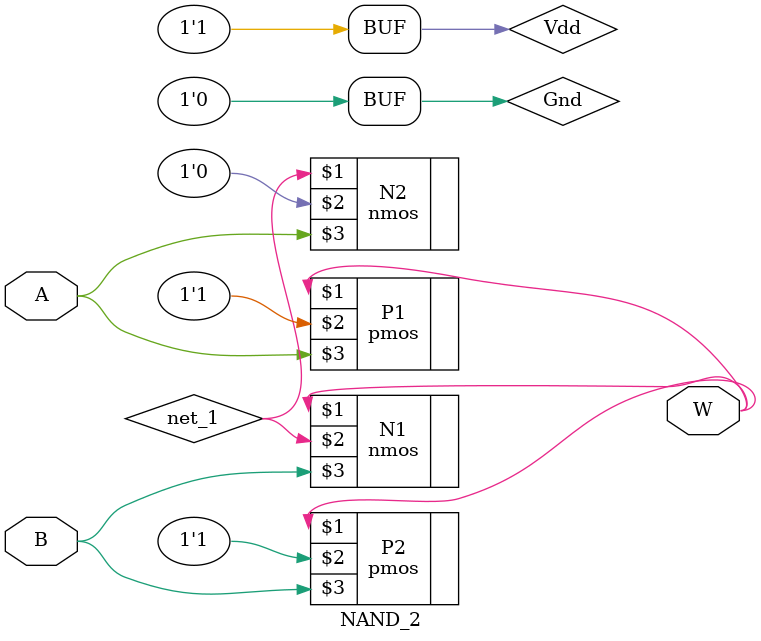
<source format=v>
module NAND_2 (output W, input A, input B);
    supply1 Vdd;  // Positive power supply
    supply0 Gnd;  // Ground
     
    wire net_1;

    // Pull-up network using pMOS transistors (connected in parallel)
    pmos #(4, 7, 9) P1 (W, Vdd, A);  // pMOS with A as input
    pmos #(4, 7, 9) P2 (W, Vdd, B);  // pMOS with B as input

    // Pull-down network using nMOS transistors (connected in series)
    nmos #(3, 5, 7) N1 (W, net_1, B);  // nMOS with A as input
    nmos #(3, 5, 7) N2 (net_1, Gnd, A);  // nMOS with B as input

endmodule



</source>
